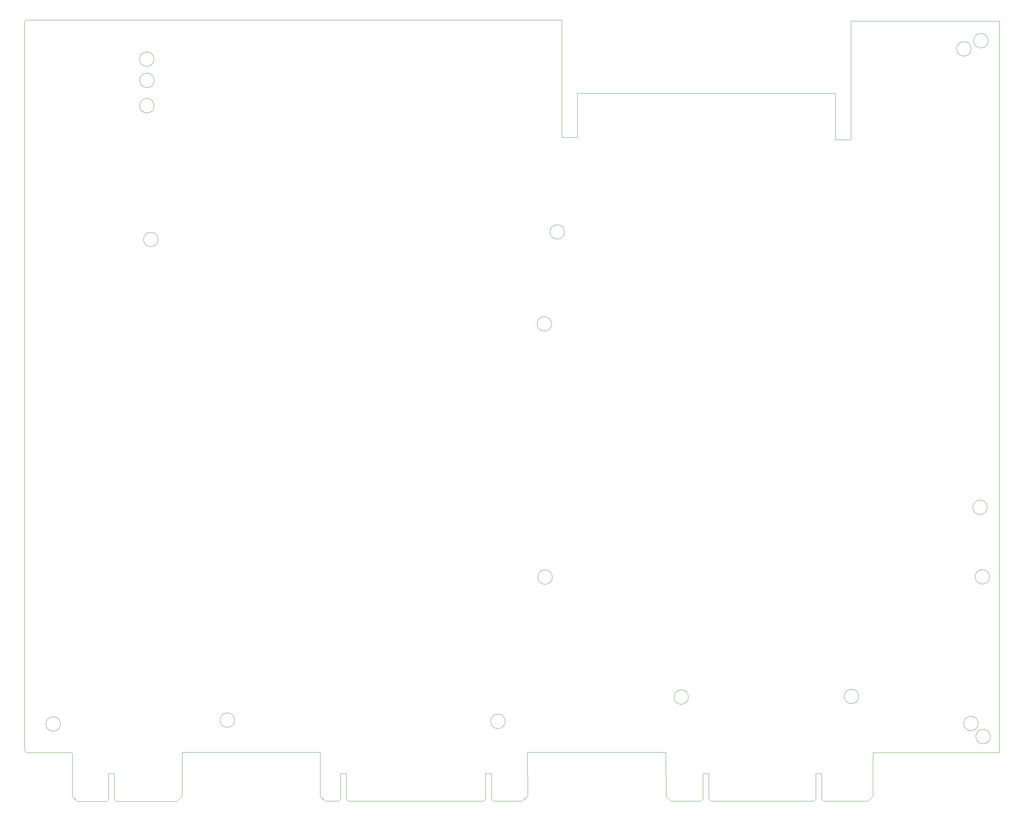
<source format=gbr>
G04 #@! TF.GenerationSoftware,KiCad,Pcbnew,(6.0.5)*
G04 #@! TF.CreationDate,2023-02-24T21:08:20-05:00*
G04 #@! TF.ProjectId,SuperColourPET,53757065-7243-46f6-9c6f-75725045542e,proto*
G04 #@! TF.SameCoordinates,Original*
G04 #@! TF.FileFunction,Profile,NP*
%FSLAX46Y46*%
G04 Gerber Fmt 4.6, Leading zero omitted, Abs format (unit mm)*
G04 Created by KiCad (PCBNEW (6.0.5)) date 2023-02-24 21:08:20*
%MOMM*%
%LPD*%
G01*
G04 APERTURE LIST*
G04 #@! TA.AperFunction,Profile*
%ADD10C,0.050000*%
G04 #@! TD*
G04 #@! TA.AperFunction,Profile*
%ADD11C,0.100000*%
G04 #@! TD*
G04 APERTURE END LIST*
D10*
X325235200Y-237139400D02*
X325235200Y-57561400D01*
X158191200Y-247904000D02*
X158179400Y-237037800D01*
X217633700Y-56794400D02*
X85713200Y-56799400D01*
X322498326Y-61937900D02*
G75*
G03*
X322498326Y-61937900I-1778726J0D01*
G01*
D11*
X221443700Y-85686900D02*
X221443700Y-74891900D01*
D10*
X215107126Y-131634775D02*
G75*
G03*
X215107126Y-131634775I-1778726J0D01*
G01*
X85459200Y-57053400D02*
X85713200Y-56799400D01*
X322853926Y-193916300D02*
G75*
G03*
X322853926Y-193916300I-1778726J0D01*
G01*
X97028000Y-237134400D02*
X85967200Y-237139400D01*
X320040726Y-230022400D02*
G75*
G03*
X320040726Y-230022400I-1778726J0D01*
G01*
X215309601Y-193967100D02*
G75*
G03*
X215309601Y-193967100I-1778726J0D01*
G01*
D11*
X284943700Y-74891900D02*
X284943700Y-86321900D01*
D10*
X106070400Y-248666000D02*
X106070400Y-242366800D01*
X290648726Y-223360300D02*
G75*
G03*
X290648726Y-223360300I-1778726J0D01*
G01*
X209194400Y-247802400D02*
X209182600Y-237088600D01*
X325235200Y-237139400D02*
X294171000Y-237139400D01*
X244449600Y-249123200D02*
X243230400Y-247904000D01*
X294182800Y-247802400D02*
X294171000Y-237139400D01*
X252323600Y-248615200D02*
X252323600Y-242316000D01*
X322275926Y-176784725D02*
G75*
G03*
X322275926Y-176784725I-1778726J0D01*
G01*
X159410400Y-249123200D02*
X158191200Y-247904000D01*
X163169600Y-242316000D02*
X164642800Y-242316000D01*
X118297201Y-110860300D02*
G75*
G03*
X118297201Y-110860300I-1778726J0D01*
G01*
X85459200Y-236631400D02*
X85967200Y-237139400D01*
X198831200Y-248615200D02*
X198323200Y-249123200D01*
X243218600Y-237088600D02*
X209182600Y-237088600D01*
X251815600Y-249123200D02*
X244449600Y-249123200D01*
X163169600Y-248615200D02*
X162661600Y-249123200D01*
X252323600Y-242316000D02*
X253796800Y-242316000D01*
X318313526Y-63956475D02*
G75*
G03*
X318313526Y-63956475I-1778726J0D01*
G01*
X117323326Y-66471800D02*
G75*
G03*
X117323326Y-66471800I-1778726J0D01*
G01*
X200304400Y-248615200D02*
X200812400Y-249123200D01*
X253796800Y-242316000D02*
X253796800Y-248615200D01*
X207873600Y-249123200D02*
X209194400Y-247802400D01*
X163169600Y-248615200D02*
X163169600Y-242316000D01*
X107543600Y-242366800D02*
X107543600Y-248666000D01*
X158179400Y-237037800D02*
X124194200Y-237037800D01*
D11*
X217633700Y-85686900D02*
X221443700Y-85686900D01*
D10*
X107543600Y-248666000D02*
X108051600Y-249174000D01*
X106070400Y-248666000D02*
X105562400Y-249174000D01*
X243230400Y-247904000D02*
X243218600Y-237088600D01*
X198831200Y-248615200D02*
X198831200Y-242316000D01*
X218278726Y-109000000D02*
G75*
G03*
X218278726Y-109000000I-1778726J0D01*
G01*
X106070400Y-242366800D02*
X107543600Y-242366800D01*
X279552400Y-249123200D02*
X254304800Y-249123200D01*
X280060400Y-248615200D02*
X280060400Y-242316000D01*
X252323600Y-248615200D02*
X251815600Y-249123200D01*
X137129126Y-229171500D02*
G75*
G03*
X137129126Y-229171500I-1778726J0D01*
G01*
X200812400Y-249123200D02*
X207873600Y-249123200D01*
D11*
X288753700Y-86321900D02*
X288753700Y-57111900D01*
D10*
X98399600Y-249174000D02*
X97180400Y-247954800D01*
X281533600Y-242316000D02*
X281533600Y-248615200D01*
X98399600Y-249174000D02*
X105562400Y-249174000D01*
X117378726Y-71700000D02*
G75*
G03*
X117378726Y-71700000I-1778726J0D01*
G01*
X200304400Y-242316000D02*
X200304400Y-248615200D01*
X198831200Y-242316000D02*
X200304400Y-242316000D01*
X280060400Y-248615200D02*
X279552400Y-249123200D01*
X85459200Y-57053400D02*
X85459200Y-236631400D01*
X164642800Y-242316000D02*
X164642800Y-248615200D01*
X162661600Y-249123200D02*
X159410400Y-249123200D01*
X203677126Y-229476300D02*
G75*
G03*
X203677126Y-229476300I-1778726J0D01*
G01*
X124206000Y-247853200D02*
X124194200Y-237037800D01*
X117348726Y-77927200D02*
G75*
G03*
X117348726Y-77927200I-1778726J0D01*
G01*
X97180400Y-247954800D02*
X97180400Y-237337600D01*
X292862000Y-249123200D02*
X294182800Y-247802400D01*
X108051600Y-249174000D02*
X122885200Y-249174000D01*
X122885200Y-249174000D02*
X124206000Y-247853200D01*
X280060400Y-242316000D02*
X281533600Y-242316000D01*
X164642800Y-248615200D02*
X165150800Y-249123200D01*
D11*
X284943700Y-86321900D02*
X288753700Y-86321900D01*
X217633700Y-56794400D02*
X217633700Y-85686900D01*
D10*
X97180400Y-237337600D02*
X97028000Y-237134400D01*
X292862000Y-249123200D02*
X282041600Y-249123200D01*
X94285526Y-230124000D02*
G75*
G03*
X94285526Y-230124000I-1778726J0D01*
G01*
D11*
X221443700Y-74891900D02*
X284943700Y-74891900D01*
D10*
X281533600Y-248615200D02*
X282041600Y-249123200D01*
X325235200Y-57561400D02*
X325266200Y-57111900D01*
X248778726Y-223500000D02*
G75*
G03*
X248778726Y-223500000I-1778726J0D01*
G01*
X253796800Y-248615200D02*
X254304800Y-249123200D01*
X198323200Y-249123200D02*
X165150800Y-249123200D01*
X323037201Y-233235500D02*
G75*
G03*
X323037201Y-233235500I-1778726J0D01*
G01*
D11*
X288753700Y-57111900D02*
X325266200Y-57111900D01*
M02*

</source>
